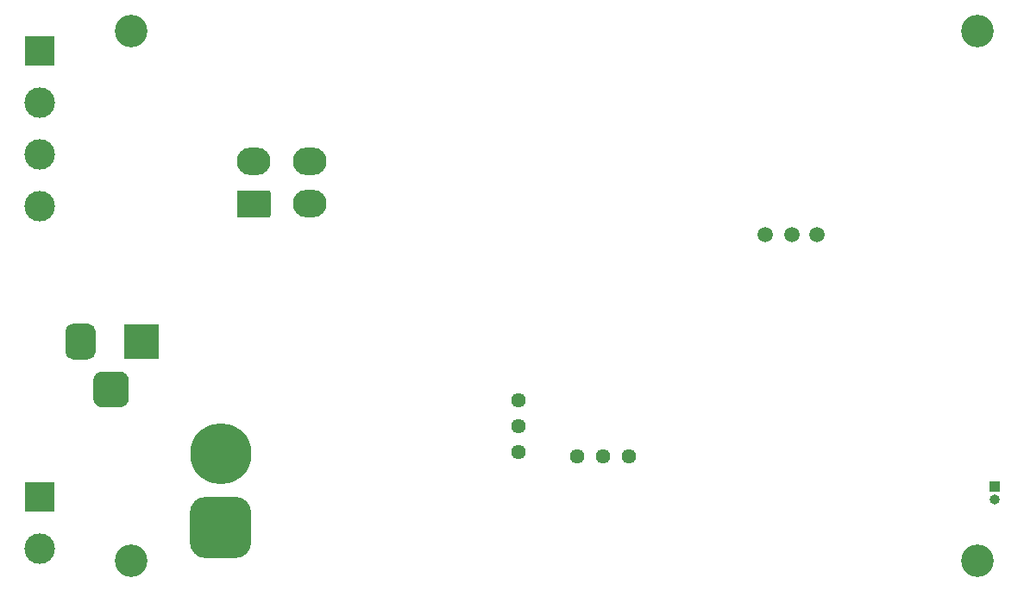
<source format=gbr>
G04 #@! TF.GenerationSoftware,KiCad,Pcbnew,5.1.10-88a1d61d58~90~ubuntu20.04.1*
G04 #@! TF.CreationDate,2021-10-05T00:38:42+01:00*
G04 #@! TF.ProjectId,lipo-discharge-protection-board,6c69706f-2d64-4697-9363-68617267652d,1*
G04 #@! TF.SameCoordinates,Original*
G04 #@! TF.FileFunction,Soldermask,Bot*
G04 #@! TF.FilePolarity,Negative*
%FSLAX46Y46*%
G04 Gerber Fmt 4.6, Leading zero omitted, Abs format (unit mm)*
G04 Created by KiCad (PCBNEW 5.1.10-88a1d61d58~90~ubuntu20.04.1) date 2021-10-05 00:38:42*
%MOMM*%
%LPD*%
G01*
G04 APERTURE LIST*
%ADD10C,3.000000*%
%ADD11R,3.000000X3.000000*%
%ADD12R,3.500000X3.500000*%
%ADD13C,1.500000*%
%ADD14C,6.000000*%
%ADD15O,3.300000X2.700000*%
%ADD16C,1.440000*%
%ADD17C,3.200000*%
%ADD18R,1.000000X1.000000*%
%ADD19O,1.000000X1.000000*%
G04 APERTURE END LIST*
D10*
X4000000Y-51080000D03*
X4000000Y-56160000D03*
D11*
X4000000Y-46000000D03*
D10*
X4000000Y-61240000D03*
D12*
X14000000Y-74500000D03*
G36*
G01*
X6500000Y-75500000D02*
X6500000Y-73500000D01*
G75*
G02*
X7250000Y-72750000I750000J0D01*
G01*
X8750000Y-72750000D01*
G75*
G02*
X9500000Y-73500000I0J-750000D01*
G01*
X9500000Y-75500000D01*
G75*
G02*
X8750000Y-76250000I-750000J0D01*
G01*
X7250000Y-76250000D01*
G75*
G02*
X6500000Y-75500000I0J750000D01*
G01*
G37*
G36*
G01*
X9250000Y-80075000D02*
X9250000Y-78325000D01*
G75*
G02*
X10125000Y-77450000I875000J0D01*
G01*
X11875000Y-77450000D01*
G75*
G02*
X12750000Y-78325000I0J-875000D01*
G01*
X12750000Y-80075000D01*
G75*
G02*
X11875000Y-80950000I-875000J0D01*
G01*
X10125000Y-80950000D01*
G75*
G02*
X9250000Y-80075000I0J875000D01*
G01*
G37*
D13*
X75200000Y-64000000D03*
X77800000Y-64000000D03*
X80300000Y-64000000D03*
D14*
X21750000Y-85550000D03*
G36*
G01*
X23250000Y-95750000D02*
X20250000Y-95750000D01*
G75*
G02*
X18750000Y-94250000I0J1500000D01*
G01*
X18750000Y-91250000D01*
G75*
G02*
X20250000Y-89750000I1500000J0D01*
G01*
X23250000Y-89750000D01*
G75*
G02*
X24750000Y-91250000I0J-1500000D01*
G01*
X24750000Y-94250000D01*
G75*
G02*
X23250000Y-95750000I-1500000J0D01*
G01*
G37*
D11*
X4000000Y-89750000D03*
D10*
X4000000Y-94830000D03*
G36*
G01*
X26399999Y-62350000D02*
X23600001Y-62350000D01*
G75*
G02*
X23350000Y-62099999I0J250001D01*
G01*
X23350000Y-59900001D01*
G75*
G02*
X23600001Y-59650000I250001J0D01*
G01*
X26399999Y-59650000D01*
G75*
G02*
X26650000Y-59900001I0J-250001D01*
G01*
X26650000Y-62099999D01*
G75*
G02*
X26399999Y-62350000I-250001J0D01*
G01*
G37*
D15*
X25000000Y-56800000D03*
X30500000Y-61000000D03*
X30500000Y-56800000D03*
D16*
X51000000Y-80250000D03*
X51000000Y-82790000D03*
X51000000Y-85330000D03*
D17*
X96000000Y-44000000D03*
X96000000Y-96000000D03*
X13000000Y-44000000D03*
X13000000Y-96000000D03*
D16*
X56750000Y-85750000D03*
X59290000Y-85750000D03*
X61830000Y-85750000D03*
D18*
X97750000Y-88750000D03*
D19*
X97750000Y-90020000D03*
M02*

</source>
